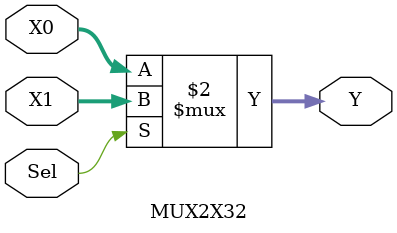
<source format=v>
module MUX2X32(Sel, X1, X0 , Y);
  input Sel;
  input [31:0] X1, X0;
  output [31:0] Y;
  assign Y = (Sel == 1'b1) ? X1 : X0;
endmodule
</source>
